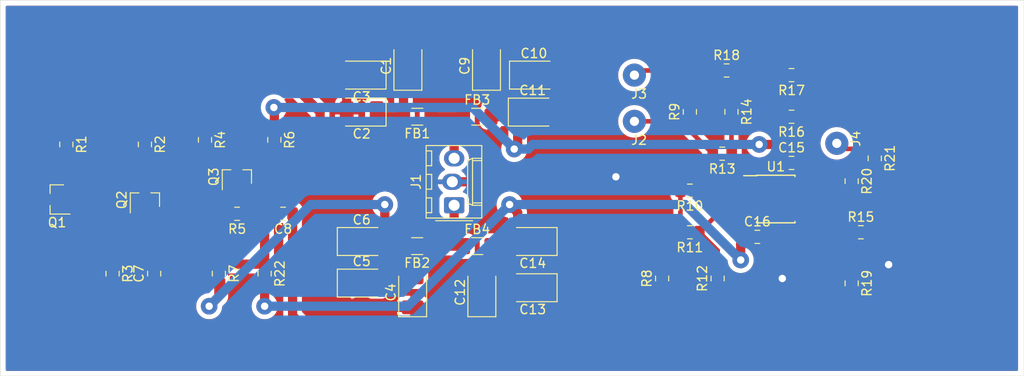
<source format=kicad_pcb>
(kicad_pcb (version 20240108) (generator "pcbnew") (generator_version "8.0")
  (layers (0 "F.Cu" signal) (31 "B.Cu" signal) (34 "B.Paste" user) (35 "F.Paste" user) (36 "B.SilkS" user "B.Silkscreen") (37 "F.SilkS" user "F.Silkscreen") (38 "B.Mask" user) (39 "F.Mask" user) (44 "Edge.Cuts" user))
  (net 0 "")
  (net 1 "GND")
  (net 2 "Net-(U1C-V+)")
  (net 3 "Net-(U1C-V-)")
  (net 4 "Net-(J1-Pin_3)")
  (net 5 "Net-(J1-Pin_1)")
  (net 6 "Net-(J2-Pin_1)")
  (net 7 "Net-(C1-Pad1)")
  (net 8 "Net-(C4-Pad2)")
  (net 9 "Net-(C7-Pad2)")
  (net 10 "Net-(C8-Pad2)")
  (net 11 "Net-(C8-Pad1)")
  (net 12 "Net-(J3-Pin_1)")
  (net 13 "Net-(J4-Pin_1)")
  (net 14 "Net-(Q1-PadB)")
  (net 15 "Net-(Q1-PadE)")
  (net 16 "Net-(Q2-PadC)")
  (net 17 "Net-(Q3-PadC)")
  (net 19 "Net-(R13-Pad1)")
  (net 20 "Net-(U1A-+)")
  (net 21 "Net-(U1B--)")
  (net 22 "Net-(R20-Pad1)")
  (net 23 "Net-(U1B-+)")
  (footprint "synkie_footprints:C_0805_2012Metric_Pad1.15x1.40mm_HandSolder" (layer "F.Cu") (at 56 48.5 180)
    (property "Reference" "C8" (at 0 -1.65 0) (layer "F.SilkS"))
    (property "Value" "100n")
    (pad "1" smd roundrect (at -1.025 0 180) (size 1.15 1.4) (layers "F.Cu" "F.Paste" "F.Mask") (roundrect_rratio 0.217391) (net 11 "Net-(C8-Pad1)"))
    (pad "2" smd roundrect (at 1.025 0 180) (size 1.15 1.4) (layers "F.Cu" "F.Paste" "F.Mask") (roundrect_rratio 0.217391) (net 10 "Net-(C8-Pad2)"))
  )
  (footprint "synkie_footprints:L_1206_3216Metric_Pad1.42x1.75mm_HandSolder" (layer "F.Cu") (at 70.5 52 180)
    (property "Reference" "FB2" (at 0 -1.82 360) (layer "F.SilkS"))
    (property "Value" "330u")
    (pad "1" smd roundrect (at -1.4875 0 180) (size 1.425 1.75) (layers "F.Cu" "F.Paste" "F.Mask") (roundrect_rratio 0.175439) (net 5 "Net-(J1-Pin_1)"))
    (pad "2" smd roundrect (at 1.4875 0 180) (size 1.425 1.75) (layers "F.Cu" "F.Paste" "F.Mask") (roundrect_rratio 0.175439) (net 8 "Net-(C4-Pad2)"))
  )
  (footprint "synkie_footprints:Solderpad_1mm" (layer "F.Cu") (at 94.508 38.754)
    (property "Reference" "J2" (at 0 1.778 0) (layer "F.SilkS"))
    (property "Value" "Conn_01x01")
    (pad "1" thru_hole circle (at -0.508 -0.254) (size 2.5 2.5) (drill 1) (layers "*.Cu" "*.Mask") (net 6 "Net-(J2-Pin_1)"))
  )
  (footprint "synkie_footprints:Solderpad_1mm" (layer "F.Cu") (at 116.148603 40.372168 90)
    (property "Reference" "J4" (at 0 1.778 90) (layer "F.SilkS"))
    (property "Value" "Conn_01x01")
    (pad "1" thru_hole circle (at -0.508 -0.254 90) (size 2.5 2.5) (drill 1) (layers "*.Cu" "*.Mask") (net 13 "Net-(J4-Pin_1)"))
  )
  (footprint "synkie_footprints:Solderpad_1mm" (layer "F.Cu") (at 94.508 33.754)
    (property "Reference" "J3" (at 0 1.778 0) (layer "F.SilkS"))
    (property "Value" "Conn_01x01")
    (pad "1" thru_hole circle (at -0.508 -0.254) (size 2.5 2.5) (drill 1) (layers "*.Cu" "*.Mask") (net 12 "Net-(J3-Pin_1)"))
  )
  (footprint "synkie_footprints:R_0805_2012Metric_Pad1.15x1.40mm_HandSolder" (layer "F.Cu") (at 117.5 44.975 -90)
    (property "Reference" "R20" (at 0 -1.65 90) (layer "F.SilkS"))
    (property "Value" "0")
    (pad "1" smd roundrect (at -1.025 0 270) (size 1.15 1.4) (layers "F.Cu" "F.Paste" "F.Mask") (roundrect_rratio 0.217391) (net 22 "Net-(R20-Pad1)"))
    (pad "2" smd roundrect (at 1.025 0 270) (size 1.15 1.4) (layers "F.Cu" "F.Paste" "F.Mask") (roundrect_rratio 0.217391) (net 21 "Net-(U1B--)"))
  )
  (footprint "synkie_footprints:C_0805_2012Metric_Pad1.15x1.40mm_HandSolder" (layer "F.Cu") (at 107.3 51)
    (property "Reference" "C16" (at 0 -1.65 0) (layer "F.SilkS"))
    (property "Value" "C_Small")
    (pad "1" smd roundrect (at -1.025 0) (size 1.15 1.4) (layers "F.Cu" "F.Paste" "F.Mask") (roundrect_rratio 0.217391) (net 3 "Net-(U1C-V-)"))
    (pad "2" smd roundrect (at 1.025 0) (size 1.15 1.4) (layers "F.Cu" "F.Paste" "F.Mask") (roundrect_rratio 0.217391) (net 1 "GND"))
  )
  (footprint "synkie_footprints:R_0805_2012Metric_Pad1.15x1.40mm_HandSolder" (layer "F.Cu") (at 103.5 42 180)
    (property "Reference" "R13" (at 0 -1.65 360) (layer "F.SilkS"))
    (property "Value" "10k")
    (pad "1" smd roundrect (at -1.025 0 180) (size 1.15 1.4) (layers "F.Cu" "F.Paste" "F.Mask") (roundrect_rratio 0.217391) (net 19 "Net-(R13-Pad1)"))
    (pad "2" smd roundrect (at 1.025 0 180) (size 1.15 1.4) (layers "F.Cu" "F.Paste" "F.Mask") (roundrect_rratio 0.217391) (net 6 "Net-(J2-Pin_1)"))
  )
  (footprint "synkie_footprints:CP_EIA-3528-21_Kemet-B_Pad1.50x2.35mm_HandSolder" (layer "F.Cu") (at 69.5 32.5 90)
    (property "Reference" "C1" (at 0 -2.35 90) (layer "F.SilkS"))
    (property "Value" "220u")
    (pad "1" smd roundrect (at -1.625 0 90) (size 1.5 2.35) (layers "F.Cu" "F.Paste" "F.Mask") (roundrect_rratio 0.166667) (net 7 "Net-(C1-Pad1)"))
    (pad "2" smd roundrect (at 1.625 0 90) (size 1.5 2.35) (layers "F.Cu" "F.Paste" "F.Mask") (roundrect_rratio 0.166667) (net 1 "GND"))
  )
  (footprint "synkie_footprints:CP_EIA-3528-21_Kemet-B_Pad1.50x2.35mm_HandSolder" (layer "F.Cu") (at 64.5 37.5 180)
    (property "Reference" "C2" (at 0 -2.35 360) (layer "F.SilkS"))
    (property "Value" "220u")
    (pad "1" smd roundrect (at -1.625 0 180) (size 1.5 2.35) (layers "F.Cu" "F.Paste" "F.Mask") (roundrect_rratio 0.166667) (net 7 "Net-(C1-Pad1)"))
    (pad "2" smd roundrect (at 1.625 0 180) (size 1.5 2.35) (layers "F.Cu" "F.Paste" "F.Mask") (roundrect_rratio 0.166667) (net 1 "GND"))
  )
  (footprint "synkie_footprints:CP_EIA-3528-21_Kemet-B_Pad1.50x2.35mm_HandSolder" (layer "F.Cu") (at 64.5 56)
    (property "Reference" "C5" (at 0 -2.35 360) (layer "F.SilkS"))
    (property "Value" "220u")
    (pad "1" smd roundrect (at -1.625 0) (size 1.5 2.35) (layers "F.Cu" "F.Paste" "F.Mask") (roundrect_rratio 0.166667) (net 1 "GND"))
    (pad "2" smd roundrect (at 1.625 0) (size 1.5 2.35) (layers "F.Cu" "F.Paste" "F.Mask") (roundrect_rratio 0.166667) (net 8 "Net-(C4-Pad2)"))
  )
  (footprint "synkie_footprints:CP_EIA-3528-21_Kemet-B_Pad1.50x2.35mm_HandSolder" (layer "F.Cu") (at 64.5 51.5)
    (property "Reference" "C6" (at 0 -2.35 360) (layer "F.SilkS"))
    (property "Value" "220u")
    (pad "1" smd roundrect (at -1.625 0) (size 1.5 2.35) (layers "F.Cu" "F.Paste" "F.Mask") (roundrect_rratio 0.166667) (net 1 "GND"))
    (pad "2" smd roundrect (at 1.625 0) (size 1.5 2.35) (layers "F.Cu" "F.Paste" "F.Mask") (roundrect_rratio 0.166667) (net 8 "Net-(C4-Pad2)"))
  )
  (footprint "synkie_footprints:C_0805_2012Metric_Pad1.15x1.40mm_HandSolder" (layer "F.Cu") (at 42.05 54.975 90)
    (property "Reference" "C7" (at 0 -1.65 90) (layer "F.SilkS"))
    (property "Value" "10u")
    (pad "1" smd roundrect (at -1.025 0 90) (size 1.15 1.4) (layers "F.Cu" "F.Paste" "F.Mask") (roundrect_rratio 0.217391) (net 8 "Net-(C4-Pad2)"))
    (pad "2" smd roundrect (at 1.025 0 90) (size 1.15 1.4) (layers "F.Cu" "F.Paste" "F.Mask") (roundrect_rratio 0.217391) (net 9 "Net-(C7-Pad2)"))
  )
  (footprint "synkie_footprints:CP_EIA-3528-21_Kemet-B_Pad1.50x2.35mm_HandSolder" (layer "F.Cu") (at 78 32.5 90)
    (property "Reference" "C9" (at 0 -2.35 90) (layer "F.SilkS"))
    (property "Value" "220u")
    (pad "1" smd roundrect (at -1.625 0 90) (size 1.5 2.35) (layers "F.Cu" "F.Paste" "F.Mask") (roundrect_rratio 0.166667) (net 2 "Net-(U1C-V+)"))
    (pad "2" smd roundrect (at 1.625 0 90) (size 1.5 2.35) (layers "F.Cu" "F.Paste" "F.Mask") (roundrect_rratio 0.166667) (net 1 "GND"))
  )
  (footprint "synkie_footprints:CP_EIA-3528-21_Kemet-B_Pad1.50x2.35mm_HandSolder" (layer "F.Cu") (at 83.125 33.5)
    (property "Reference" "C10" (at 0 -2.35 360) (layer "F.SilkS"))
    (property "Value" "220u")
    (pad "1" smd roundrect (at -1.625 0) (size 1.5 2.35) (layers "F.Cu" "F.Paste" "F.Mask") (roundrect_rratio 0.166667) (net 2 "Net-(U1C-V+)"))
    (pad "2" smd roundrect (at 1.625 0) (size 1.5 2.35) (layers "F.Cu" "F.Paste" "F.Mask") (roundrect_rratio 0.166667) (net 1 "GND"))
  )
  (footprint "synkie_footprints:CP_EIA-3528-21_Kemet-B_Pad1.50x2.35mm_HandSolder" (layer "F.Cu") (at 83 37.5)
    (property "Reference" "C11" (at 0 -2.35 360) (layer "F.SilkS"))
    (property "Value" "10u")
    (pad "1" smd roundrect (at -1.625 0) (size 1.5 2.35) (layers "F.Cu" "F.Paste" "F.Mask") (roundrect_rratio 0.166667) (net 2 "Net-(U1C-V+)"))
    (pad "2" smd roundrect (at 1.625 0) (size 1.5 2.35) (layers "F.Cu" "F.Paste" "F.Mask") (roundrect_rratio 0.166667) (net 1 "GND"))
  )
  (footprint "synkie_footprints:CP_EIA-3528-21_Kemet-B_Pad1.50x2.35mm_HandSolder" (layer "F.Cu") (at 77.5 57 90)
    (property "Reference" "C12" (at 0 -2.35 90) (layer "F.SilkS"))
    (property "Value" "10u")
    (pad "1" smd roundrect (at -1.625 0 90) (size 1.5 2.35) (layers "F.Cu" "F.Paste" "F.Mask") (roundrect_rratio 0.166667) (net 1 "GND"))
    (pad "2" smd roundrect (at 1.625 0 90) (size 1.5 2.35) (layers "F.Cu" "F.Paste" "F.Mask") (roundrect_rratio 0.166667) (net 3 "Net-(U1C-V-)"))
  )
  (footprint "synkie_footprints:CP_EIA-3528-21_Kemet-B_Pad1.50x2.35mm_HandSolder" (layer "F.Cu") (at 83 51.5 180)
    (property "Reference" "C14" (at 0 -2.35 360) (layer "F.SilkS"))
    (property "Value" "220u")
    (pad "1" smd roundrect (at -1.625 0 180) (size 1.5 2.35) (layers "F.Cu" "F.Paste" "F.Mask") (roundrect_rratio 0.166667) (net 1 "GND"))
    (pad "2" smd roundrect (at 1.625 0 180) (size 1.5 2.35) (layers "F.Cu" "F.Paste" "F.Mask") (roundrect_rratio 0.166667) (net 3 "Net-(U1C-V-)"))
  )
  (footprint "synkie_footprints:L_1206_3216Metric_Pad1.42x1.75mm_HandSolder" (layer "F.Cu") (at 77 38)
    (property "Reference" "FB3" (at 0 -1.82 360) (layer "F.SilkS"))
    (property "Value" "330u")
    (pad "1" smd roundrect (at -1.4875 0) (size 1.425 1.75) (layers "F.Cu" "F.Paste" "F.Mask") (roundrect_rratio 0.175439) (net 4 "Net-(J1-Pin_3)"))
    (pad "2" smd roundrect (at 1.4875 0) (size 1.425 1.75) (layers "F.Cu" "F.Paste" "F.Mask") (roundrect_rratio 0.175439) (net 2 "Net-(U1C-V+)"))
  )
  (footprint "synkie_footprints:L_1206_3216Metric_Pad1.42x1.75mm_HandSolder" (layer "F.Cu") (at 77 52)
    (property "Reference" "FB4" (at 0 -1.82 0) (layer "F.SilkS"))
    (property "Value" "330u")
    (pad "1" smd roundrect (at -1.4875 0) (size 1.425 1.75) (layers "F.Cu" "F.Paste" "F.Mask") (roundrect_rratio 0.175439) (net 5 "Net-(J1-Pin_1)"))
    (pad "2" smd roundrect (at 1.4875 0) (size 1.425 1.75) (layers "F.Cu" "F.Paste" "F.Mask") (roundrect_rratio 0.175439) (net 3 "Net-(U1C-V-)"))
  )
  (footprint "synkie_footprints:R_0805_2012Metric_Pad1.15x1.40mm_HandSolder" (layer "F.Cu") (at 37.55 54.975 -90)
    (property "Reference" "R3" (at 0 -1.65 90) (layer "F.SilkS"))
    (property "Value" "1k")
    (pad "1" smd roundrect (at -1.025 0 270) (size 1.15 1.4) (layers "F.Cu" "F.Paste" "F.Mask") (roundrect_rratio 0.217391) (net 9 "Net-(C7-Pad2)"))
    (pad "2" smd roundrect (at 1.025 0 270) (size 1.15 1.4) (layers "F.Cu" "F.Paste" "F.Mask") (roundrect_rratio 0.217391) (net 8 "Net-(C4-Pad2)"))
  )
  (footprint "synkie_footprints:R_0805_2012Metric_Pad1.15x1.40mm_HandSolder" (layer "F.Cu") (at 47.55 40.5 -90)
    (property "Reference" "R4" (at 0 -1.65 90) (layer "F.SilkS"))
    (property "Value" "inf")
    (pad "1" smd roundrect (at -1.025 0 270) (size 1.15 1.4) (layers "F.Cu" "F.Paste" "F.Mask") (roundrect_rratio 0.217391) (net 7 "Net-(C1-Pad1)"))
    (pad "2" smd roundrect (at 1.025 0 270) (size 1.15 1.4) (layers "F.Cu" "F.Paste" "F.Mask") (roundrect_rratio 0.217391) (net 17 "Net-(Q3-PadC)"))
  )
  (footprint "synkie_footprints:R_0805_2012Metric_Pad1.15x1.40mm_HandSolder" (layer "F.Cu") (at 51.025 48.5 180)
    (property "Reference" "R5" (at 0 -1.65 360) (layer "F.SilkS"))
    (property "Value" "inf")
    (pad "1" smd roundrect (at -1.025 0 180) (size 1.15 1.4) (layers "F.Cu" "F.Paste" "F.Mask") (roundrect_rratio 0.217391) (net 10 "Net-(C8-Pad2)"))
    (pad "2" smd roundrect (at 1.025 0 180) (size 1.15 1.4) (layers "F.Cu" "F.Paste" "F.Mask") (roundrect_rratio 0.217391) (net 16 "Net-(Q2-PadC)"))
  )
  (footprint "synkie_footprints:R_0805_2012Metric_Pad1.15x1.40mm_HandSolder" (layer "F.Cu") (at 55.05 40.5 -90)
    (property "Reference" "R6" (at 0 -1.65 90) (layer "F.SilkS"))
    (property "Value" "inf")
    (pad "1" smd roundrect (at -1.025 0 270) (size 1.15 1.4) (layers "F.Cu" "F.Paste" "F.Mask") (roundrect_rratio 0.217391) (net 2 "Net-(U1C-V+)"))
    (pad "2" smd roundrect (at 1.025 0 270) (size 1.15 1.4) (layers "F.Cu" "F.Paste" "F.Mask") (roundrect_rratio 0.217391) (net 17 "Net-(Q3-PadC)"))
  )
  (footprint "synkie_footprints:R_0805_2012Metric_Pad1.15x1.40mm_HandSolder" (layer "F.Cu") (at 97 55.5 90)
    (property "Reference" "R8" (at 0 -1.65 90) (layer "F.SilkS"))
    (property "Value" "inf")
    (pad "1" smd roundrect (at -1.025 0 90) (size 1.15 1.4) (layers "F.Cu" "F.Paste" "F.Mask") (roundrect_rratio 0.217391) (net 1 "GND"))
    (pad "2" smd roundrect (at 1.025 0 90) (size 1.15 1.4) (layers "F.Cu" "F.Paste" "F.Mask") (roundrect_rratio 0.217391) (net 11 "Net-(C8-Pad1)"))
  )
  (footprint "synkie_footprints:R_0805_2012Metric_Pad1.15x1.40mm_HandSolder" (layer "F.Cu") (at 100 37.475 90)
    (property "Reference" "R9" (at 0 -1.65 90) (layer "F.SilkS"))
    (property "Value" "inf")
    (pad "1" smd roundrect (at -1.025 0 90) (size 1.15 1.4) (layers "F.Cu" "F.Paste" "F.Mask") (roundrect_rratio 0.217391) (net 6 "Net-(J2-Pin_1)"))
    (pad "2" smd roundrect (at 1.025 0 90) (size 1.15 1.4) (layers "F.Cu" "F.Paste" "F.Mask") (roundrect_rratio 0.217391) (net 1 "GND"))
  )
  (footprint "synkie_footprints:R_0805_2012Metric_Pad1.15x1.40mm_HandSolder" (layer "F.Cu") (at 100 50.5 180)
    (property "Reference" "R11" (at 0 -1.65 360) (layer "F.SilkS"))
    (property "Value" "inf")
    (pad "1" smd roundrect (at -1.025 0 180) (size 1.15 1.4) (layers "F.Cu" "F.Paste" "F.Mask") (roundrect_rratio 0.217391) (net 20 "Net-(U1A-+)"))
    (pad "2" smd roundrect (at 1.025 0 180) (size 1.15 1.4) (layers "F.Cu" "F.Paste" "F.Mask") (roundrect_rratio 0.217391) (net 11 "Net-(C8-Pad1)"))
  )
  (footprint "synkie_footprints:R_0805_2012Metric_Pad1.15x1.40mm_HandSolder" (layer "F.Cu") (at 103 55.5 90)
    (property "Reference" "R12" (at 0 -1.65 90) (layer "F.SilkS"))
    (property "Value" "0")
    (pad "1" smd roundrect (at -1.025 0 90) (size 1.15 1.4) (layers "F.Cu" "F.Paste" "F.Mask") (roundrect_rratio 0.217391) (net 1 "GND"))
    (pad "2" smd roundrect (at 1.025 0 90) (size 1.15 1.4) (layers "F.Cu" "F.Paste" "F.Mask") (roundrect_rratio 0.217391) (net 20 "Net-(U1A-+)"))
  )
  (footprint "synkie_footprints:R_0805_2012Metric_Pad1.15x1.40mm_HandSolder" (layer "F.Cu") (at 104.5 37.475 -90)
    (property "Reference" "R14" (at 0 -1.65 90) (layer "F.SilkS"))
    (property "Value" "inf")
    (pad "1" smd roundrect (at -1.025 0 270) (size 1.15 1.4) (layers "F.Cu" "F.Paste" "F.Mask") (roundrect_rratio 0.217391) (net 1 "GND"))
    (pad "2" smd roundrect (at 1.025 0 270) (size 1.15 1.4) (layers "F.Cu" "F.Paste" "F.Mask") (roundrect_rratio 0.217391) (net 19 "Net-(R13-Pad1)"))
  )
  (footprint "synkie_footprints:R_0805_2012Metric_Pad1.15x1.40mm_HandSolder" (layer "F.Cu") (at 118.5 50.5)
    (property "Reference" "R15" (at 0 -1.65 360) (layer "F.SilkS"))
    (property "Value" "inf")
    (pad "1" smd roundrect (at -1.025 0) (size 1.15 1.4) (layers "F.Cu" "F.Paste" "F.Mask") (roundrect_rratio 0.217391) (net 21 "Net-(U1B--)"))
    (pad "2" smd roundrect (at 1.025 0) (size 1.15 1.4) (layers "F.Cu" "F.Paste" "F.Mask") (roundrect_rratio 0.217391) (net 1 "GND"))
  )
  (footprint "synkie_footprints:R_0805_2012Metric_Pad1.15x1.40mm_HandSolder" (layer "F.Cu") (at 111 38 180)
    (property "Reference" "R16" (at 0 -1.65 360) (layer "F.SilkS"))
    (property "Value" "inf")
    (pad "1" smd roundrect (at -1.025 0 180) (size 1.15 1.4) (layers "F.Cu" "F.Paste" "F.Mask") (roundrect_rratio 0.217391) (net 21 "Net-(U1B--)"))
    (pad "2" smd roundrect (at 1.025 0 180) (size 1.15 1.4) (layers "F.Cu" "F.Paste" "F.Mask") (roundrect_rratio 0.217391) (net 19 "Net-(R13-Pad1)"))
  )
  (footprint "synkie_footprints:R_0805_2012Metric_Pad1.15x1.40mm_HandSolder" (layer "F.Cu") (at 111 33.5 180)
    (property "Reference" "R17" (at 0 -1.65 360) (layer "F.SilkS"))
    (property "Value" "inf")
    (pad "1" smd roundrect (at -1.025 0 180) (size 1.15 1.4) (layers "F.Cu" "F.Paste" "F.Mask") (roundrect_rratio 0.217391) (net 23 "Net-(U1B-+)"))
    (pad "2" smd roundrect (at 1.025 0 180) (size 1.15 1.4) (layers "F.Cu" "F.Paste" "F.Mask") (roundrect_rratio 0.217391) (net 19 "Net-(R13-Pad1)"))
  )
  (footprint "synkie_footprints:R_0805_2012Metric_Pad1.15x1.40mm_HandSolder" (layer "F.Cu") (at 117.5 56.025 -90)
    (property "Reference" "R19" (at 0 -1.65 90) (layer "F.SilkS"))
    (property "Value" "0")
    (pad "1" smd roundrect (at -1.025 0 270) (size 1.15 1.4) (layers "F.Cu" "F.Paste" "F.Mask") (roundrect_rratio 0.217391) (net 1 "GND"))
    (pad "2" smd roundrect (at 1.025 0 270) (size 1.15 1.4) (layers "F.Cu" "F.Paste" "F.Mask") (roundrect_rratio 0.217391) (net 23 "Net-(U1B-+)"))
  )
  (footprint "synkie_footprints:R_0805_2012Metric_Pad1.15x1.40mm_HandSolder" (layer "F.Cu") (at 120 42.5 -90)
    (property "Reference" "R21" (at 0 -1.65 90) (layer "F.SilkS"))
    (property "Value" "75")
    (pad "1" smd roundrect (at -1.025 0 270) (size 1.15 1.4) (layers "F.Cu" "F.Paste" "F.Mask") (roundrect_rratio 0.217391) (net 13 "Net-(J4-Pin_1)"))
    (pad "2" smd roundrect (at 1.025 0 270) (size 1.15 1.4) (layers "F.Cu" "F.Paste" "F.Mask") (roundrect_rratio 0.217391) (net 22 "Net-(R20-Pad1)"))
  )
  (footprint "synkie_footprints:L_1206_3216Metric_Pad1.42x1.75mm_HandSolder" (layer "F.Cu") (at 70.5125 38 180)
    (property "Reference" "FB1" (at 0 -1.82 0) (layer "F.SilkS"))
    (property "Value" "330u")
    (pad "1" smd roundrect (at -1.4875 0 180) (size 1.425 1.75) (layers "F.Cu" "F.Paste" "F.Mask") (roundrect_rratio 0.175439) (net 4 "Net-(J1-Pin_3)"))
    (pad "2" smd roundrect (at 1.4875 0 180) (size 1.425 1.75) (layers "F.Cu" "F.Paste" "F.Mask") (roundrect_rratio 0.175439) (net 7 "Net-(C1-Pad1)"))
  )
  (footprint "synkie_footprints:R_0805_2012Metric_Pad1.15x1.40mm_HandSolder" (layer "F.Cu") (at 32.55 41 -90)
    (property "Reference" "R1" (at 0 -1.65 90) (layer "F.SilkS"))
    (property "Value" "470k")
    (pad "1" smd roundrect (at -1.025 0 270) (size 1.15 1.4) (layers "F.Cu" "F.Paste" "F.Mask") (roundrect_rratio 0.217391) (net 7 "Net-(C1-Pad1)"))
    (pad "2" smd roundrect (at 1.025 0 270) (size 1.15 1.4) (layers "F.Cu" "F.Paste" "F.Mask") (roundrect_rratio 0.217391) (net 15 "Net-(Q1-PadE)"))
  )
  (footprint "synkie_footprints:SOT-23_BEC" (layer "F.Cu") (at 41.05 47 90)
    (property "Reference" "Q2" (at 0 -2.5 90) (layer "F.SilkS"))
    (property "Value" "Trans_NPN")
    (pad "B" smd rect (at -1 -0.95 90) (size 0.9 0.8) (layers "F.Cu" "F.Paste" "F.Mask") (net 14 "Net-(Q1-PadB)"))
    (pad "C" smd rect (at 1 0 90) (size 0.9 0.8) (layers "F.Cu" "F.Paste" "F.Mask") (net 16 "Net-(Q2-PadC)"))
    (pad "E" smd rect (at -1 0.95 90) (size 0.9 0.8) (layers "F.Cu" "F.Paste" "F.Mask") (net 9 "Net-(C7-Pad2)"))
  )
  (footprint "synkie_footprints:SOT-23_BEC" (layer "F.Cu") (at 51 44.5 90)
    (property "Reference" "Q3" (at 0 -2.5 90) (layer "F.SilkS"))
    (property "Value" "Trans_NPN")
    (pad "B" smd rect (at -1 -0.95 90) (size 0.9 0.8) (layers "F.Cu" "F.Paste" "F.Mask") (net 16 "Net-(Q2-PadC)"))
    (pad "C" smd rect (at 1 0 90) (size 0.9 0.8) (layers "F.Cu" "F.Paste" "F.Mask") (net 17 "Net-(Q3-PadC)"))
    (pad "E" smd rect (at -1 0.95 90) (size 0.9 0.8) (layers "F.Cu" "F.Paste" "F.Mask") (net 10 "Net-(C8-Pad2)"))
  )
  (footprint "synkie_footprints:R_0805_2012Metric_Pad1.15x1.40mm_HandSolder" (layer "F.Cu") (at 49.05 54.975 -90)
    (property "Reference" "R7" (at 0 -1.65 90) (layer "F.SilkS"))
    (property "Value" "inf")
    (pad "1" smd roundrect (at -1.025 0 270) (size 1.15 1.4) (layers "F.Cu" "F.Paste" "F.Mask") (roundrect_rratio 0.217391) (net 10 "Net-(C8-Pad2)"))
    (pad "2" smd roundrect (at 1.025 0 270) (size 1.15 1.4) (layers "F.Cu" "F.Paste" "F.Mask") (roundrect_rratio 0.217391) (net 8 "Net-(C4-Pad2)"))
  )
  (footprint "synkie_footprints:R_0805_2012Metric_Pad1.15x1.40mm_HandSolder" (layer "F.Cu") (at 100 46 180)
    (property "Reference" "R10" (at 0 -1.65 0) (layer "F.SilkS"))
    (property "Value" "100")
    (pad "1" smd roundrect (at -1.025 0 180) (size 1.15 1.4) (layers "F.Cu" "F.Paste" "F.Mask") (roundrect_rratio 0.217391) (net 6 "Net-(J2-Pin_1)"))
    (pad "2" smd roundrect (at 1.025 0 180) (size 1.15 1.4) (layers "F.Cu" "F.Paste" "F.Mask") (roundrect_rratio 0.217391) (net 11 "Net-(C8-Pad1)"))
  )
  (footprint "synkie_footprints:R_0805_2012Metric_Pad1.15x1.40mm_HandSolder" (layer "F.Cu") (at 103.975 33)
    (property "Reference" "R18" (at 0 -1.65 360) (layer "F.SilkS"))
    (property "Value" "75")
    (pad "1" smd roundrect (at -1.025 0) (size 1.15 1.4) (layers "F.Cu" "F.Paste" "F.Mask") (roundrect_rratio 0.217391) (net 12 "Net-(J3-Pin_1)"))
    (pad "2" smd roundrect (at 1.025 0) (size 1.15 1.4) (layers "F.Cu" "F.Paste" "F.Mask") (roundrect_rratio 0.217391) (net 19 "Net-(R13-Pad1)"))
  )
  (footprint "synkie_footprints:C_0805_2012Metric_Pad1.15x1.40mm_HandSolder" (layer "F.Cu") (at 111 43)
    (property "Reference" "C15" (at 0 -1.65 0) (layer "F.SilkS"))
    (property "Value" "C_Small")
    (pad "1" smd roundrect (at -1.025 0) (size 1.15 1.4) (layers "F.Cu" "F.Paste" "F.Mask") (roundrect_rratio 0.217391) (net 1 "GND"))
    (pad "2" smd roundrect (at 1.025 0) (size 1.15 1.4) (layers "F.Cu" "F.Paste" "F.Mask") (roundrect_rratio 0.217391) (net 2 "Net-(U1C-V+)"))
  )
  (footprint "synkie_footprints:SOIC-8_3.9x4.9mm_P1.27mm" (layer "F.Cu") (at 109.3 46.905)
    (property "Reference" "U1" (at 0 -3.5 0) (layer "F.SilkS"))
    (property "Value" "LMH6643")
    (pad "1" smd rect (at -2.7 -1.905) (size 1.55 0.6) (layers "F.Cu" "F.Paste" "F.Mask") (net 19 "Net-(R13-Pad1)"))
    (pad "2" smd rect (at -2.7 -0.635) (size 1.55 0.6) (layers "F.Cu" "F.Paste" "F.Mask") (net 6 "Net-(J2-Pin_1)"))
    (pad "3" smd rect (at -2.7 0.635) (size 1.55 0.6) (layers "F.Cu" "F.Paste" "F.Mask") (net 20 "Net-(U1A-+)"))
    (pad "4" smd rect (at -2.7 1.905) (size 1.55 0.6) (layers "F.Cu" "F.Paste" "F.Mask") (net 3 "Net-(U1C-V-)"))
    (pad "5" smd rect (at 2.7 1.905) (size 1.55 0.6) (layers "F.Cu" "F.Paste" "F.Mask") (net 23 "Net-(U1B-+)"))
    (pad "6" smd rect (at 2.7 0.635) (size 1.55 0.6) (layers "F.Cu" "F.Paste" "F.Mask") (net 21 "Net-(U1B--)"))
    (pad "7" smd rect (at 2.7 -0.635) (size 1.55 0.6) (layers "F.Cu" "F.Paste" "F.Mask") (net 22 "Net-(R20-Pad1)"))
    (pad "8" smd rect (at 2.7 -1.905) (size 1.55 0.6) (layers "F.Cu" "F.Paste" "F.Mask") (net 2 "Net-(U1C-V+)"))
  )
  (footprint "synkie_footprints:SOT-23_BEC" (layer "F.Cu") (at 31.55 46.95 180)
    (property "Reference" "Q1" (at 0 -2.5 0) (layer "F.SilkS"))
    (property "Value" "Trans_NPN")
    (pad "B" smd rect (at -1 -0.95 180) (size 0.9 0.8) (layers "F.Cu" "F.Paste" "F.Mask") (net 14 "Net-(Q1-PadB)"))
    (pad "C" smd rect (at 1 0 180) (size 0.9 0.8) (layers "F.Cu" "F.Paste" "F.Mask"))
    (pad "E" smd rect (at -1 0.95 180) (size 0.9 0.8) (layers "F.Cu" "F.Paste" "F.Mask") (net 15 "Net-(Q1-PadE)"))
  )
  (footprint "synkie_footprints:CP_EIA-3528-21_Kemet-B_Pad1.50x2.35mm_HandSolder" (layer "F.Cu") (at 64.5 33.5 180)
    (property "Reference" "C3" (at 0 -2.35 360) (layer "F.SilkS"))
    (property "Value" "10u")
    (pad "1" smd roundrect (at -1.625 0 180) (size 1.5 2.35) (layers "F.Cu" "F.Paste" "F.Mask") (roundrect_rratio 0.166667) (net 7 "Net-(C1-Pad1)"))
    (pad "2" smd roundrect (at 1.625 0 180) (size 1.5 2.35) (layers "F.Cu" "F.Paste" "F.Mask") (roundrect_rratio 0.166667) (net 1 "GND"))
  )
  (footprint "synkie_footprints:CP_EIA-3528-21_Kemet-B_Pad1.50x2.35mm_HandSolder" (layer "F.Cu") (at 70.0125 57 90)
    (property "Reference" "C4" (at 0 -2.35 90) (layer "F.SilkS"))
    (property "Value" "10u")
    (pad "1" smd roundrect (at -1.625 0 90) (size 1.5 2.35) (layers "F.Cu" "F.Paste" "F.Mask") (roundrect_rratio 0.166667) (net 1 "GND"))
    (pad "2" smd roundrect (at 1.625 0 90) (size 1.5 2.35) (layers "F.Cu" "F.Paste" "F.Mask") (roundrect_rratio 0.166667) (net 8 "Net-(C4-Pad2)"))
  )
  (footprint "synkie_footprints:Molex_KK-254_AE-6410-03A_1x03_P2.54mm_Vertical" (layer "F.Cu") (at 74.5 47.58 90)
    (property "Reference" "J1" (at 2.54 -4.12 90) (layer "F.SilkS"))
    (property "Value" "Power")
    (pad "1" thru_hole roundrect (at 0 0 90) (size 1.74 2.2) (drill 1.2) (layers "*.Cu" "*.Mask") (roundrect_rratio 0.143678) (net 5 "Net-(J1-Pin_1)"))
    (pad "2" thru_hole oval (at 2.54 -0.2 90) (size 1.74 2.2) (drill 1.2) (layers "*.Cu" "*.Mask") (net 1 "GND"))
    (pad "3" thru_hole oval (at 5.08 0 90) (size 1.74 2.2) (drill 1.2) (layers "*.Cu" "*.Mask") (net 4 "Net-(J1-Pin_3)"))
  )
  (footprint "synkie_footprints:CP_EIA-3528-21_Kemet-B_Pad1.50x2.35mm_HandSolder" (layer "F.Cu") (at 83 56.5 180)
    (property "Reference" "C13" (at 0 -2.35 360) (layer "F.SilkS"))
    (property "Value" "220u")
    (pad "1" smd roundrect (at -1.625 0 180) (size 1.5 2.35) (layers "F.Cu" "F.Paste" "F.Mask") (roundrect_rratio 0.166667) (net 1 "GND"))
    (pad "2" smd roundrect (at 1.625 0 180) (size 1.5 2.35) (layers "F.Cu" "F.Paste" "F.Mask") (roundrect_rratio 0.166667) (net 3 "Net-(U1C-V-)"))
  )
  (footprint "synkie_footprints:R_0805_2012Metric_Pad1.15x1.40mm_HandSolder" (layer "F.Cu") (at 41.05 41 -90)
    (property "Reference" "R2" (at 0 -1.65 90) (layer "F.SilkS"))
    (property "Value" "4k7")
    (pad "1" smd roundrect (at -1.025 0 270) (size 1.15 1.4) (layers "F.Cu" "F.Paste" "F.Mask") (roundrect_rratio 0.217391) (net 7 "Net-(C1-Pad1)"))
    (pad "2" smd roundrect (at 1.025 0 270) (size 1.15 1.4) (layers "F.Cu" "F.Paste" "F.Mask") (roundrect_rratio 0.217391) (net 16 "Net-(Q2-PadC)"))
  )
  (footprint "synkie_footprints:R_0805_2012Metric_Pad1.15x1.40mm_HandSolder" (layer "F.Cu") (at 54 54.975 -90)
    (property "Reference" "R22" (at 0 -1.65 90) (layer "F.SilkS"))
    (property "Value" "1k")
    (pad "1" smd roundrect (at -1.025 0 270) (size 1.15 1.4) (layers "F.Cu" "F.Paste" "F.Mask") (roundrect_rratio 0.217391) (net 10 "Net-(C8-Pad2)"))
    (pad "2" smd roundrect (at 1.025 0 270) (size 1.15 1.4) (layers "F.Cu" "F.Paste" "F.Mask") (roundrect_rratio 0.217391) (net 3 "Net-(U1C-V-)"))
  )
  (gr_line (start 25.4 66.04) (end 25.4 25.4) (stroke (width 0.05)) (layer "Edge.Cuts"))
  (gr_line (start 25.4 25.4) (end 136.144 25.4) (stroke (width 0.05)) (layer "Edge.Cuts"))
  (gr_line (start 136.144 66.04) (end 25.4 66.04) (stroke (width 0.05)) (layer "Edge.Cuts"))
  (gr_line (start 136.144 25.4) (end 136.144 66.04) (stroke (width 0.05)) (layer "Edge.Cuts"))
  (gr_text "2024-08-27 sk509-noise" (at 93.5 62.5 0) (layer "F.Cu") (effects (font (size 1.5 1.5) (thickness 0.3) (bold yes)) (justify left bottom)))
  (segment (start 85 57.5) (end 84.625 57.125) (width 1) (layer "F.Cu") (net 1))
  (segment (start 84.585 45.04) (end 84.625 45) (width 1) (layer "F.Cu") (net 1))
  (segment (start 70.0125 58.625) (end 77.5 58.625) (width 1) (layer "F.Cu") (net 1))
  (segment (start 108.325 54.175) (end 108.675 54.175) (width 1) (layer "F.Cu") (net 1))
  (segment (start 105.975 56.525) (end 108.325 54.175) (width 1) (layer "F.Cu") (net 1))
  (segment (start 84.75 37.375) (end 84.625 37.5) (width 1) (layer "F.Cu") (net 1))
  (segment (start 84.625 37.5) (end 84.625 44.5) (width 1) (layer "F.Cu") (net 1))
  (segment (start 62.875 37.5) (end 62.875 33.5) (width 1) (layer "F.Cu") (net 1))
  (segment (start 109.975 43) (end 109.975 49.35) (width 0.5) (layer "F.Cu") (net 1))
  (segment (start 63.625 58.625) (end 62.5 57.5) (width 1) (layer "F.Cu") (net 1))
  (segment (start 117.5 55) (end 119.5 53) (width 0.5) (layer "F.Cu") (net 1))
  (segment (start 85 32.5) (end 84.75 32.75) (width 1) (layer "F.Cu") (net 1))
  (segment (start 100 36.45) (end 104.5 36.45) (width 0.5) (layer "F.Cu") (net 1))
  (segment (start 103 56.525) (end 105.975 56.525) (width 1) (layer "F.Cu") (net 1))
  (segment (start 74.3 45.04) (end 84.585 45.04) (width 1) (layer "F.Cu") (net 1))
  (segment (start 64.125 30.875) (end 62.5 32.5) (width 1) (layer "F.Cu") (net 1))
  (segment (start 84.75 36.5) (end 84.75 37.375) (width 1) (layer "F.Cu") (net 1))
  (segment (start 119.5 53) (end 120.5 54) (width 0.5) (layer "F.Cu") (net 1))
  (segment (start 119.5 52.5) (end 119.525 52.475) (width 0.5) (layer "F.Cu") (net 1))
  (segment (start 78 30.875) (end 83.375 30.875) (width 1) (layer "F.Cu") (net 1))
  (segment (start 97 56.525) (end 103 56.525) (width 1) (layer "F.Cu") (net 1))
  (segment (start 108.675 54.175) (end 110 55.5) (width 1) (layer "F.Cu") (net 1))
  (segment (start 108.325 54.175) (end 108.325 51) (width 1) (layer "F.Cu") (net 1))
  (segment (start 69.5 30.875) (end 64.125 30.875) (width 1) (layer "F.Cu") (net 1))
  (segment (start 84.8 36.45) (end 84.75 36.5) (width 0.5) (layer "F.Cu") (net 1))
  (segment (start 62.5 57.5) (end 62.875 57.125) (width 1) (layer "F.Cu") (net 1))
  (segment (start 84.625 44.5) (end 84.625 45) (width 1) (layer "F.Cu") (net 1))
  (segment (start 77.5 58.625) (end 83.875 58.625) (width 1) (layer "F.Cu") (net 1))
  (segment (start 62.875 51.5) (end 62.875 56) (width 1) (layer "F.Cu") (net 1))
  (segment (start 120.5 54) (end 121.5 54) (width 0.5) (layer "F.Cu") (net 1))
  (segment (start 83.875 58.625) (end 85 57.5) (width 1) (layer "F.Cu") (net 1))
  (segment (start 119.5 53) (end 119.5 52.5) (width 0.5) (layer "F.Cu") (net 1))
  (segment (start 62.5 32.5) (end 62.875 32.875) (width 1) (layer "F.Cu") (net 1))
  (segment (start 92 44.5) (end 84.625 44.5) (width 0.5) (layer "F.Cu") (net 1))
  (segment (start 109.975 49.35) (end 108.325 51) (width 0.5) (layer "F.Cu") (net 1))
  (segment (start 84.625 45) (end 84.625 51.5) (width 1) (layer "F.Cu") (net 1))
  (segment (start 83.375 30.875) (end 85 32.5) (width 1) (layer "F.Cu") (net 1))
  (segment (start 100 36.45) (end 84.8 36.45) (width 0.5) (layer "F.Cu") (net 1))
  (segment (start 84.75 32.75) (end 84.75 33.5) (width 1) (layer "F.Cu") (net 1))
  (segment (start 119.525 52.475) (end 119.525 50.5) (width 0.5) (layer "F.Cu") (net 1))
  (segment (start 62.875 32.875) (end 62.875 33.5) (width 1) (layer "F.Cu") (net 1))
  (segment (start 84.75 33.5) (end 84.75 36.5) (width 1) (layer "F.Cu") (net 1))
  (segment (start 62.875 57.125) (end 62.875 56) (width 1) (layer "F.Cu") (net 1))
  (segment (start 84.625 57.125) (end 84.625 56.5) (width 1) (layer "F.Cu") (net 1))
  (segment (start 69.5 30.875) (end 78 30.875) (width 1) (layer "F.Cu") (net 1))
  (segment (start 84.625 51.5) (end 84.625 56.5) (width 1) (layer "F.Cu") (net 1))
  (segment (start 70.0125 58.625) (end 63.625 58.625) (width 1) (layer "F.Cu") (net 1))
  (via (at 92 44.5) (size 1.8) (drill 0.8) (layers "F.Cu" "B.Cu") (net 1))
  (via (at 110 55.5) (size 1.8) (drill 0.8) (layers "F.Cu" "B.Cu") (net 1))
  (via (at 121.5 54) (size 1.8) (drill 0.8) (layers "F.Cu" "B.Cu") (net 1))
  (segment (start 110 47.5) (end 107 44.5) (width 1) (layer "B.Cu") (net 1))
  (segment (start 110 55.5) (end 110 47.5) (width 1) (layer "B.Cu") (net 1))
  (segment (start 107 44.5) (end 92 44.5) (width 0.5) (layer "B.Cu") (net 1))
  (segment (start 121.5 54) (end 112 44.5) (width 0.5) (layer "B.Cu") (net 1))
  (segment (start 112 44.5) (end 107 44.5) (width 0.5) (layer "B.Cu") (net 1))
  (segment (start 81.375 37.5) (end 81.375 41.125) (width 1) (layer "F.Cu") (net 2))
  (segment (start 80.875 34.125) (end 81.5 33.5) (width 1) (layer "F.Cu") (net 2))
  (segment (start 107.5 41) (end 110.725 41) (width 1) (layer "F.Cu") (net 2))
  (segment (start 110.725 41) (end 112.025 42.3) (width 1) (layer "F.Cu") (net 2))
  (segment (start 112 45) (end 112 43.025) (width 0.5) (layer "F.Cu") (net 2))
  (segment (start 78 34.125) (end 80.875 34.125) (width 1) (layer "F.Cu") (net 2))
  (segment (start 55.05 37.05) (end 55 37) (width 1) (layer "F.Cu") (net 2))
  (segment (start 80.875 38) (end 81.375 37.5) (width 1) (layer "F.Cu") (net 2))
  (segment (start 55.05 39.475) (end 55.05 37.05) (width 1) (layer "F.Cu") (net 2))
  (segment (start 112 43.025) (end 112.025 43) (width 0.5) (layer "F.Cu") (net 2))
  (segment (start 78.4875 38) (end 80.875 38) (width 1) (layer "F.Cu") (net 2))
  (segment (start 78.4875 34.6125) (end 78 34.125) (width 1) (layer "F.Cu") (net 2))
  (segment (start 112.025 42.3) (end 112.025 43) (width 1) (layer "F.Cu") (net 2))
  (segment (start 78.4875 38) (end 78.4875 34.6125) (width 1) (layer "F.Cu") (net 2))
  (segment (start 81.375 41.125) (end 81 41.5) (width 1) (layer "F.Cu") (net 2))
  (via (at 81 41.5) (size 1.8) (drill 0.8) (layers "F.Cu" "B.Cu") (net 2))
  (via (at 107.5 41) (size 1.8) (drill 0.8) (layers "F.Cu" "B.Cu") (net 2))
  (via (at 55 37) (size 1.8) (drill 0.8) (layers "F.Cu" "B.Cu") (net 2))
  (segment (start 76.5 37) (end 81 41.5) (width 1) (layer "B.Cu") (net 2))
  (segment (start 55 37) (end 76.5 37) (width 1) (layer "B.Cu") (net 2))
  (segment (start 82.5 41.5) (end 83 41) (width 1) (layer "B.Cu") (net 2))
  (segment (start 83 41) (end 107.5 41) (width 1) (layer "B.Cu") (net 2))
  (segment (start 81 41.5) (end 82.5 41.5) (width 1) (layer "B.Cu") (net 2))
  (segment (start 106.6 50.675) (end 106.275 51) (width 0.5) (layer "F.Cu") (net 3))
  (segment (start 78.4875 52) (end 78.4875 54.3875) (width 1) (layer "F.Cu") (net 3))
  (segment (start 54 56) (end 54 58.5) (width 1) (layer "F.Cu") (net 3))
  (segment (start 78.4875 54.3875) (end 77.5 55.375) (width 1) (layer "F.Cu") (net 3))
  (segment (start 81.375 56.5) (end 79.2625 54.3875) (width 1) (layer "F.Cu") (net 3))
  (segment (start 79.2625 54.3875) (end 78.4875 54.3875) (width 1) (layer "F.Cu") (net 3))
  (segment (start 81.375 51.5) (end 81.375 48.375) (width 1) (layer "F.Cu") (net 3))
  (segment (start 78.4875 52) (end 80.875 52) (width 1) (layer "F.Cu") (net 3))
  (segment (start 106.6 48.81) (end 106.6 50.675) (width 0.5) (layer "F.Cu") (net 3))
  (segment (start 105.5 51.775) (end 106.275 51) (width 1) (layer "F.Cu") (net 3))
  (segment (start 81.375 48.375) (end 80.5 47.5) (width 1) (layer "F.Cu") (net 3))
  (segment (start 105.5 53.5) (end 105.5 51.775) (width 1) (layer "F.Cu") (net 3))
  (segment (start 80.875 52) (end 81.375 51.5) (width 1) (layer "F.Cu") (net 3))
  (via (at 80.5 47.5) (size 1.8) (drill 0.8) (layers "F.Cu" "B.Cu") (net 3))
  (via (at 54 58.5) (size 1.8) (drill 0.8) (layers "F.Cu" "B.Cu") (net 3))
  (via (at 105.5 53.5) (size 1.8) (drill 0.8) (layers "F.Cu" "B.Cu") (net 3))
  (segment (start 54 58.5) (end 69.5 58.5) (width 1) (layer "B.Cu") (net 3))
  (segment (start 99.5 47.5) (end 105.5 53.5) (width 1) (layer "B.Cu") (net 3))
  (segment (start 69.5 58.5) (end 80.5 47.5) (width 1) (layer "B.Cu") (net 3))
  (segment (start 80.5 47.5) (end 99.5 47.5) (width 1) (layer "B.Cu") (net 3))
  (segment (start 74.5 42.5) (end 74.5 38.5) (width 1) (layer "F.Cu") (net 4))
  (segment (start 75 38) (end 75.5125 38) (width 1) (layer "F.Cu") (net 4))
  (segment (start 74.5 38.5) (end 75 38) (width 1) (layer "F.Cu") (net 4))
  (segment (start 72 38) (end 75 38) (width 1) (layer "F.Cu") (net 4))
  (segment (start 75 52) (end 75.5125 52) (width 1) (layer "F.Cu") (net 5))
  (segment (start 74.5 51.5) (end 75 52) (width 1) (layer "F.Cu") (net 5))
  (segment (start 71.9875 52) (end 75 52) (width 1) (layer "F.Cu") (net 5))
  (segment (start 74.5 47.58) (end 74.5 51.5) (width 1) (layer "F.Cu") (net 5))
  (segment (start 100 38.5) (end 100 39.525) (width 0.5) (layer "F.Cu") (net 6))
  (segment (start 101.025 43.45) (end 102.475 42) (width 0.5) (layer "F.Cu") (net 6))
  (segment (start 100 39.525) (end 102.475 42) (width 0.5) (layer "F.Cu") (net 6))
  (segment (start 101.025 46) (end 101.025 43.45) (width 0.5) (layer "F.Cu") (net 6))
  (segment (start 100 38.5) (end 94 38.5) (width 0.5) (layer "F.Cu") (net 6))
  (segment (start 101.295 46.27) (end 101.025 46) (width 0.5) (layer "F.Cu") (net 6))
  (segment (start 106.6 46.27) (end 101.295 46.27) (width 0.5) (layer "F.Cu") (net 6))
  (segment (start 57.5 35) (end 60 37.5) (width 1) (layer "F.Cu") (net 7))
  (segment (start 66.75 34.125) (end 66.125 33.5) (width 1) (layer "F.Cu") (net 7))
  (segment (start 32.55 39.975) (end 41.05 39.975) (width 1) (layer "F.Cu") (net 7))
  (segment (start 60 37.5) (end 60 40) (width 1) (layer "F.Cu") (net 7))
  (segment (start 66.125 41.375) (end 66.125 37.5) (width 1) (layer "F.Cu") (net 7))
  (segment (start 60 40) (end 62.5 42.5) (width 1) (layer "F.Cu") (net 7))
  (segment (start 41.55 39.475) (end 41.05 39.975) (width 1) (layer "F.Cu") (net 7))
  (segment (start 65 42.5) (end 66.125 41.375) (width 1) (layer "F.Cu") (net 7))
  (segment (start 66.625 38) (end 66.125 37.5) (width 1) (layer "F.Cu") (net 7))
  (segment (start 47.55 39.475) (end 47.55 37.45) (width 1) (layer "F.Cu") (net 7))
  (segment (start 47.55 37.45) (end 50 35) (width 1) (layer "F.Cu") (net 7))
  (segment (start 69.025 38) (end 66.625 38) (width 1) (layer "F.Cu") (net 7))
  (segment (start 69.025 34.6) (end 69.5 34.125) (width 1) (layer "F.Cu") (net 7))
  (segment (start 69.5 34.125) (end 66.75 34.125) (width 1) (layer "F.Cu") (net 7))
  (segment (start 62.5 42.5) (end 65 42.5) (width 1) (layer "F.Cu") (net 7))
  (segment (start 50 35) (end 57.5 35) (width 1) (layer "F.Cu") (net 7))
  (segment (start 69.025 38) (end 69.025 34.6) (width 1) (layer "F.Cu") (net 7))
  (segment (start 47.55 39.475) (end 41.55 39.475) (width 1) (layer "F.Cu") (net 7))
  (segment (start 69.0125 54.375) (end 70.0125 55.375) (width 1) (layer "F.Cu") (net 8))
  (segment (start 67.5 52) (end 66.625 52) (width 1) (layer "F.Cu") (net 8))
  (segment (start 66.125 56) (end 67.75 54.375) (width 1) (layer "F.Cu") (net 8))
  (segment (start 49.05 56) (end 49.05 57.45) (width 1) (layer "F.Cu") (net 8))
  (segment (start 69.0125 52) (end 69.0125 54.375) (width 1) (layer "F.Cu") (net 8))
  (segment (start 67 51.5) (end 67.5 52) (width 1) (layer "F.Cu") (net 8))
  (segment (start 69.0125 52) (end 67.5 52) (width 1) (layer "F.Cu") (net 8))
  (segment (start 67.75 54.375) (end 69.0125 54.375) (width 1) (layer "F.Cu") (net 8))
  (segment (start 67 47.5) (end 67 51.5) (width 1) (layer "F.Cu") (net 8))
  (segment (start 37.55 56) (end 42.05 56) (width 1) (layer "F.Cu") (net 8))
  (segment (start 42.05 56) (end 49.05 56) (width 1) (layer "F.Cu") (net 8))
  (segment (start 49.05 57.45) (end 48 58.5) (width 1) (layer "F.Cu") (net 8))
  (segment (start 66.625 52) (end 66.125 51.5) (width 1) (layer "F.Cu") (net 8))
  (via (at 48 58.5) (size 1.8) (drill 0.8) (layers "F.Cu" "B.Cu") (net 8))
  (via (at 67 47.5) (size 1.8) (drill 0.8) (layers "F.Cu" "B.Cu") (net 8))
  (segment (start 59 47.5) (end 67 47.5) (width 1) (layer "B.Cu") (net 8))
  (segment (start 48 58.5) (end 59 47.5) (width 1) (layer "B.Cu") (net 8))
  (segment (start 42 53.9) (end 42.05 53.95) (width 1) (layer "F.Cu") (net 9))
  (segment (start 42 48) (end 42 53.9) (width 1) (layer "F.Cu") (net 9))
  (segment (start 37.55 53.95) (end 42.05 53.95) (width 1) (layer "F.Cu") (net 9))
  (segment (start 49.05 53.95) (end 54 53.95) (width 1) (layer "F.Cu") (net 10))
  (segment (start 51.95 45.5) (end 51.95 48.4) (width 1) (layer "F.Cu") (net 10))
  (segment (start 54 53.95) (end 54 49.475) (width 1) (layer "F.Cu") (net 10))
  (segment (start 51.95 48.4) (end 52.05 48.5) (width 1) (layer "F.Cu") (net 10))
  (segment (start 52.05 48.5) (end 54.975 48.5) (width 1) (layer "F.Cu") (net 10))
  (segment (start 54 49.475) (end 54.975 48.5) (width 1) (layer "F.Cu") (net 10))
  (segment (start 57.025 59.525) (end 60 62.5) (width 1) (layer "F.Cu") (net 11))
  (segment (start 60 62.5) (end 87.5 62.5) (width 1) (layer "F.Cu") (net 11))
  (segment (start 98.975 46) (end 98.975 50.5) (width 0.5) (layer "F.Cu") (net 11))
  (segment (start 87.5 62.5) (end 95.525 54.475) (width 1) (layer "F.Cu") (net 11))
  (segment (start 97 54.475) (end 97 52.475) (width 1) (layer "F.Cu") (net 11))
  (segment (start 95.525 54.475) (end 97 54.475) (width 1) (layer "F.Cu") (net 11))
  (segment (start 97 52.475) (end 98.975 50.5) (width 1) (layer "F.Cu") (net 11))
  (segment (start 57.025 48.5) (end 57.025 59.525) (width 1) (layer "F.Cu") (net 11))
  (segment (start 102.95 33) (end 94.5 33) (width 0.5) (layer "F.Cu") (net 12))
  (segment (start 94.5 33) (end 94 33.5) (width 0.5) (layer "F.Cu") (net 12))
  (segment (start 116.489435 41.475) (end 115.894603 40.880168) (width 0.5) (layer "F.Cu") (net 13))
  (segment (start 120 41.475) (end 116.489435 41.475) (width 0.5) (layer "F.Cu") (net 13))
  (segment (start 32.55 47.9) (end 40 47.9) (width 1) (layer "F.Cu") (net 14))
  (segment (start 40 47.9) (end 40.1 48) (width 1) (layer "F.Cu") (net 14))
  (segment (start 32.55 42.025) (end 32.55 46) (width 1) (layer "F.Cu") (net 15))
  (segment (start 50.05 45.5) (end 50.05 48.45) (width 1) (layer "F.Cu") (net 16))
  (segment (start 49.55 46) (end 50.05 45.5) (width 1) (layer "F.Cu") (net 16))
  (segment (start 41.05 46) (end 49.55 46) (width 1) (layer "F.Cu") (net 16))
  (segment (start 50.05 48.45) (end 50 48.5) (width 1) (layer "F.Cu") (net 16))
  (segment (start 41.05 42.025) (end 41.05 46) (width 1) (layer "F.Cu") (net 16))
  (segment (start 52.975 41.525) (end 51 43.5) (width 1) (layer "F.Cu") (net 17))
  (segment (start 55.05 41.525) (end 52.975 41.525) (width 1) (layer "F.Cu") (net 17))
  (segment (start 47.55 41.525) (end 49.025 41.525) (width 1) (layer "F.Cu") (net 17))
  (segment (start 49.025 41.525) (end 51 43.5) (width 1) (layer "F.Cu") (net 17))
  (segment (start 104.5 41.975) (end 104.525 42) (width 0.5) (layer "F.Cu") (net 19))
  (segment (start 109.475 38.5) (end 109.975 38) (width 0.5) (layer "F.Cu") (net 19))
  (segment (start 109.975 38) (end 109.975 33.5) (width 0.5) (layer "F.Cu") (net 19))
  (segment (start 104.525 44.525) (end 104.525 42) (width 0.5) (layer "F.Cu") (net 19))
  (segment (start 109.975 33.5) (end 105.5 33.5) (width 0.5) (layer "F.Cu") (net 19))
  (segment (start 104.5 38.5) (end 109.475 38.5) (width 0.5) (layer "F.Cu") (net 19))
  (segment (start 105.5 33.5) (end 105 33) (width 0.5) (layer "F.Cu") (net 19))
  (segment (start 106.6 45) (end 105 45) (width 0.5) (layer "F.Cu") (net 19))
  (segment (start 104.5 38.5) (end 104.5 41.975) (width 0.5) (layer "F.Cu") (net 19))
  (segment (start 105 45) (end 104.525 44.525) (width 0.5) (layer "F.Cu") (net 19))
  (segment (start 106.6 47.54) (end 103.985 47.54) (width 0.5) (layer "F.Cu") (net 20))
  (segment (start 103.985 47.54) (end 101.025 50.5) (width 0.5) (layer "F.Cu") (net 20))
  (segment (start 103 54.475) (end 103 52.475) (width 0.5) (layer "F.Cu") (net 20))
  (segment (start 103 52.475) (end 101.025 50.5) (width 0.5) (layer "F.Cu") (net 20))
  (segment (start 120.5 38) (end 122.5 40) (width 0.5) (layer "F.Cu") (net 21))
  (segment (start 115.96 47.54) (end 117.5 46) (width 0.5) (layer "F.Cu") (net 21))
  (segment (start 112.025 37.975) (end 112.5 37.5) (width 0.5) (layer "F.Cu") (net 21))
  (segment (start 117.475 49.055) (end 115.96 47.54) (width 0.5) (layer "F.Cu") (net 21))
  (segment (start 117.475 50.5) (end 117.475 49.055) (width 0.5) (layer "F.Cu") (net 21))
  (segment (start 122.5 45) (end 121.5 46) (width 0.5) (layer "F.Cu") (net 21))
  (segment (start 121.5 46) (end 117.5 46) (width 0.5) (layer "F.Cu") (net 21))
  (segment (start 112.025 38) (end 120.5 38) (width 0.5) (layer "F.Cu") (net 21))
  (segment (start 112 47.54) (end 115.96 47.54) (width 0.5) (layer "F.Cu") (net 21))
  (segment (start 122.5 40) (end 122.5 45) (width 0.5) (layer "F.Cu") (net 21))
  (segment (start 112.025 38) (end 112.025 37.975) (width 0.5) (layer "F.Cu") (net 21))
  (segment (start 113.73 46.27) (end 116.05 43.95) (width 0.5) (layer "F.Cu") (net 22))
  (segment (start 116.05 43.95) (end 117.5 43.95) (width 0.5) (layer "F.Cu") (net 22))
  (segment (start 119.575 43.95) (end 120 43.525) (width 0.5) (layer "F.Cu") (net 22))
  (segment (start 117.5 43.95) (end 119.575 43.95) (width 0.5) (layer "F.Cu") (net 22))
  (segment (start 112 46.27) (end 113.73 46.27) (width 0.5) (layer "F.Cu") (net 22))
  (segment (start 124.5 54.5) (end 124.5 36) (width 0.5) (layer "F.Cu") (net 23))
  (segment (start 115 50) (end 115 56.5) (width 0.5) (layer "F.Cu") (net 23))
  (segment (start 112 48.81) (end 113.81 48.81) (width 0.5) (layer "F.Cu") (net 23))
  (segment (start 115 56.5) (end 115.55 57.05) (width 0.5) (layer "F.Cu") (net 23))
  (segment (start 124.5 36) (end 122 33.5) (width 0.5) (layer "F.Cu") (net 23))
  (segment (start 122 33.5) (end 112.025 33.5) (width 0.5) (layer "F.Cu") (net 23))
  (segment (start 113.81 48.81) (end 115 50) (width 0.5) (layer "F.Cu") (net 23))
  (segment (start 117.5 57.05) (end 121.95 57.05) (width 0.5) (layer "F.Cu") (net 23))
  (segment (start 115.55 57.05) (end 117.5 57.05) (width 0.5) (layer "F.Cu") (net 23))
  (segment (start 121.95 57.05) (end 124.5 54.5) (width 0.5) (layer "F.Cu") (net 23))
  (zone (net 1) (net_name "GND") (layer "F.Cu") (connect_pads (clearance 0.508)) (min_thickness 0.254) (fill yes (thermal_gap 0.508) (thermal_bridge_width 0.508))
    (polygon (pts (xy 135.5 65.5) (xy 26 65.5) (xy 26 26) (xy 135.5 26)))
  )
  (zone (net 1) (net_name "GND") (layer "B.Cu") (connect_pads (clearance 0.508)) (min_thickness 0.254) (fill yes (thermal_gap 0.508) (thermal_bridge_width 0.508))
    (polygon (pts (xy 135.5 65.5) (xy 26 65.5) (xy 26 26) (xy 135.5 26)))
  )
)
</source>
